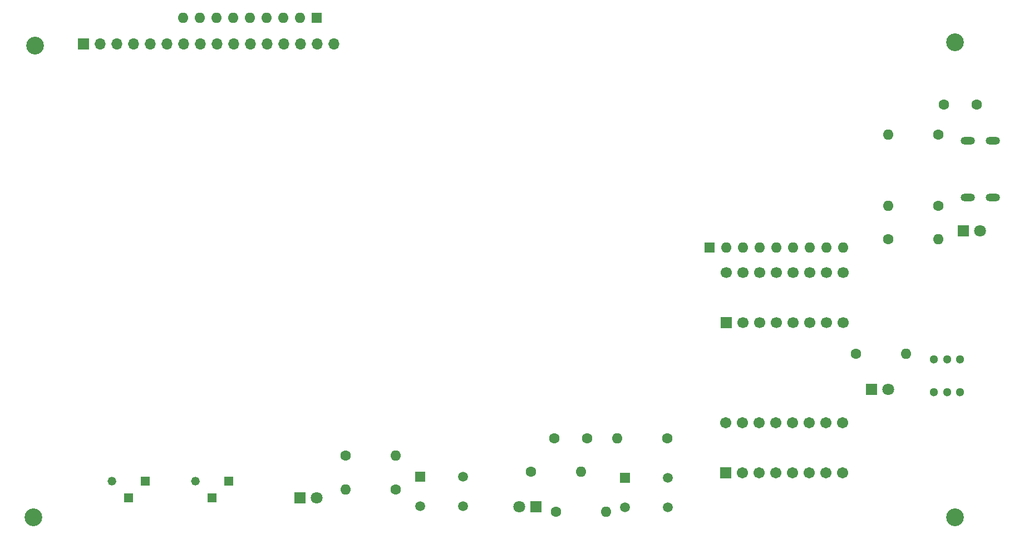
<source format=gbs>
%TF.GenerationSoftware,KiCad,Pcbnew,7.0.10*%
%TF.CreationDate,2024-03-17T08:12:05-07:00*%
%TF.ProjectId,hd44780_tutorial,68643434-3738-4305-9f74-75746f726961,1.1*%
%TF.SameCoordinates,Original*%
%TF.FileFunction,Soldermask,Bot*%
%TF.FilePolarity,Negative*%
%FSLAX46Y46*%
G04 Gerber Fmt 4.6, Leading zero omitted, Abs format (unit mm)*
G04 Created by KiCad (PCBNEW 7.0.10) date 2024-03-17 08:12:05*
%MOMM*%
%LPD*%
G01*
G04 APERTURE LIST*
G04 Aperture macros list*
%AMRoundRect*
0 Rectangle with rounded corners*
0 $1 Rounding radius*
0 $2 $3 $4 $5 $6 $7 $8 $9 X,Y pos of 4 corners*
0 Add a 4 corners polygon primitive as box body*
4,1,4,$2,$3,$4,$5,$6,$7,$8,$9,$2,$3,0*
0 Add four circle primitives for the rounded corners*
1,1,$1+$1,$2,$3*
1,1,$1+$1,$4,$5*
1,1,$1+$1,$6,$7*
1,1,$1+$1,$8,$9*
0 Add four rect primitives between the rounded corners*
20,1,$1+$1,$2,$3,$4,$5,0*
20,1,$1+$1,$4,$5,$6,$7,0*
20,1,$1+$1,$6,$7,$8,$9,0*
20,1,$1+$1,$8,$9,$2,$3,0*%
G04 Aperture macros list end*
%ADD10R,1.508000X1.508000*%
%ADD11C,1.508000*%
%ADD12C,1.600000*%
%ADD13O,1.600000X1.600000*%
%ADD14C,1.320800*%
%ADD15R,1.320800X1.320800*%
%ADD16R,1.800000X1.800000*%
%ADD17C,1.800000*%
%ADD18R,1.600000X1.600000*%
%ADD19R,1.700000X1.700000*%
%ADD20O,1.700000X1.700000*%
%ADD21O,2.204000X1.204000*%
%ADD22C,2.700000*%
%ADD23C,1.700000*%
%ADD24RoundRect,0.102000X-0.754000X-0.754000X0.754000X-0.754000X0.754000X0.754000X-0.754000X0.754000X0*%
%ADD25C,1.712000*%
%ADD26C,1.300000*%
G04 APERTURE END LIST*
D10*
%TO.C,SW1*%
X128195000Y-118055000D03*
D11*
X134695000Y-118055000D03*
X128195000Y-122555000D03*
X134695000Y-122555000D03*
%TD*%
D12*
%TO.C,R4*%
X145034000Y-117348000D03*
D13*
X152654000Y-117348000D03*
%TD*%
D14*
%TO.C,RV1*%
X81280000Y-118745000D03*
D15*
X83820000Y-121285000D03*
X86360000Y-118745000D03*
%TD*%
D12*
%TO.C,R2*%
X165735000Y-112268000D03*
D13*
X158115000Y-112268000D03*
%TD*%
D12*
%TO.C,C1*%
X153525000Y-112268000D03*
X148525000Y-112268000D03*
%TD*%
D16*
%TO.C,D1*%
X109850000Y-121285000D03*
D17*
X112390000Y-121285000D03*
%TD*%
D16*
%TO.C,D4*%
X210820000Y-80645000D03*
D17*
X213360000Y-80645000D03*
%TD*%
D18*
%TO.C,RN2*%
X112395000Y-48260000D03*
D13*
X109855000Y-48260000D03*
X107315000Y-48260000D03*
X104775000Y-48260000D03*
X102235000Y-48260000D03*
X99695000Y-48260000D03*
X97155000Y-48260000D03*
X94615000Y-48260000D03*
X92075000Y-48260000D03*
%TD*%
D19*
%TO.C,J1*%
X76936600Y-52171600D03*
D20*
X79476600Y-52171600D03*
X82016600Y-52171600D03*
X84556600Y-52171600D03*
X87096600Y-52171600D03*
X89636600Y-52171600D03*
X92176600Y-52171600D03*
X94716600Y-52171600D03*
X97256600Y-52171600D03*
X99796600Y-52171600D03*
X102336600Y-52171600D03*
X104876600Y-52171600D03*
X107416600Y-52171600D03*
X109956600Y-52171600D03*
X112496600Y-52171600D03*
X115036600Y-52171600D03*
%TD*%
D10*
%TO.C,SW2*%
X159310000Y-118240000D03*
D11*
X165810000Y-118240000D03*
X159310000Y-122740000D03*
X165810000Y-122740000D03*
%TD*%
D21*
%TO.C,J2*%
X211465000Y-75565000D03*
X211465000Y-66925000D03*
X215265000Y-75565000D03*
X215265000Y-66925000D03*
%TD*%
D12*
%TO.C,C2*%
X212812000Y-61468000D03*
X207812000Y-61468000D03*
%TD*%
D22*
%TO.C,H2*%
X209500000Y-51960000D03*
%TD*%
%TO.C,H1*%
X69590000Y-52430000D03*
%TD*%
D19*
%TO.C,D3*%
X174731400Y-94644800D03*
D23*
X177271400Y-94644800D03*
X179811400Y-94644800D03*
X182351400Y-94644800D03*
X184891400Y-94644800D03*
X187431400Y-94644800D03*
X189971400Y-94644800D03*
X192511400Y-94644800D03*
X192511400Y-87024800D03*
X189971400Y-87024800D03*
X187431400Y-87024800D03*
X184891400Y-87024800D03*
X182351400Y-87024800D03*
X179811400Y-87024800D03*
X177271400Y-87024800D03*
X174731400Y-87024800D03*
%TD*%
D16*
%TO.C,D2*%
X145796000Y-122694000D03*
D17*
X143256000Y-122694000D03*
%TD*%
D12*
%TO.C,R1*%
X124460000Y-120015000D03*
D13*
X116840000Y-120015000D03*
%TD*%
D12*
%TO.C,R5*%
X194480000Y-99370000D03*
D13*
X202100000Y-99370000D03*
%TD*%
D16*
%TO.C,D6*%
X196850000Y-104775000D03*
D17*
X199390000Y-104775000D03*
%TD*%
D12*
%TO.C,R8*%
X207010000Y-66040000D03*
D13*
X199390000Y-66040000D03*
%TD*%
D22*
%TO.C,H4*%
X69300000Y-124260000D03*
%TD*%
D14*
%TO.C,RV2*%
X93980000Y-118745000D03*
D15*
X96520000Y-121285000D03*
X99060000Y-118745000D03*
%TD*%
D22*
%TO.C,H3*%
X209500000Y-124260000D03*
%TD*%
D24*
%TO.C,SW3*%
X174625000Y-117475000D03*
D25*
X174625000Y-109855000D03*
X177165000Y-117475000D03*
X177165000Y-109855000D03*
X179705000Y-117475000D03*
X179705000Y-109855000D03*
X182245000Y-117475000D03*
X182245000Y-109855000D03*
X184785000Y-117475000D03*
X184785000Y-109855000D03*
X187325000Y-117475000D03*
X187325000Y-109855000D03*
X189865000Y-117475000D03*
X189865000Y-109855000D03*
X192405000Y-117475000D03*
X192405000Y-109855000D03*
%TD*%
D12*
%TO.C,R9*%
X148844000Y-123444000D03*
D13*
X156464000Y-123444000D03*
%TD*%
D12*
%TO.C,R7*%
X207010000Y-76835000D03*
D13*
X199390000Y-76835000D03*
%TD*%
D12*
%TO.C,R3*%
X116840000Y-114855000D03*
D13*
X124460000Y-114855000D03*
%TD*%
D18*
%TO.C,RN1*%
X172174600Y-83164400D03*
D13*
X174714600Y-83164400D03*
X177254600Y-83164400D03*
X179794600Y-83164400D03*
X182334600Y-83164400D03*
X184874600Y-83164400D03*
X187414600Y-83164400D03*
X189954600Y-83164400D03*
X192494600Y-83164400D03*
%TD*%
D12*
%TO.C,R6*%
X199390000Y-81915000D03*
D13*
X207010000Y-81915000D03*
%TD*%
D26*
%TO.C,S1*%
X206320000Y-105200000D03*
X208320000Y-105200000D03*
X210320000Y-105200000D03*
X206320000Y-100200000D03*
X208320000Y-100200000D03*
X210320000Y-100200000D03*
%TD*%
M02*

</source>
